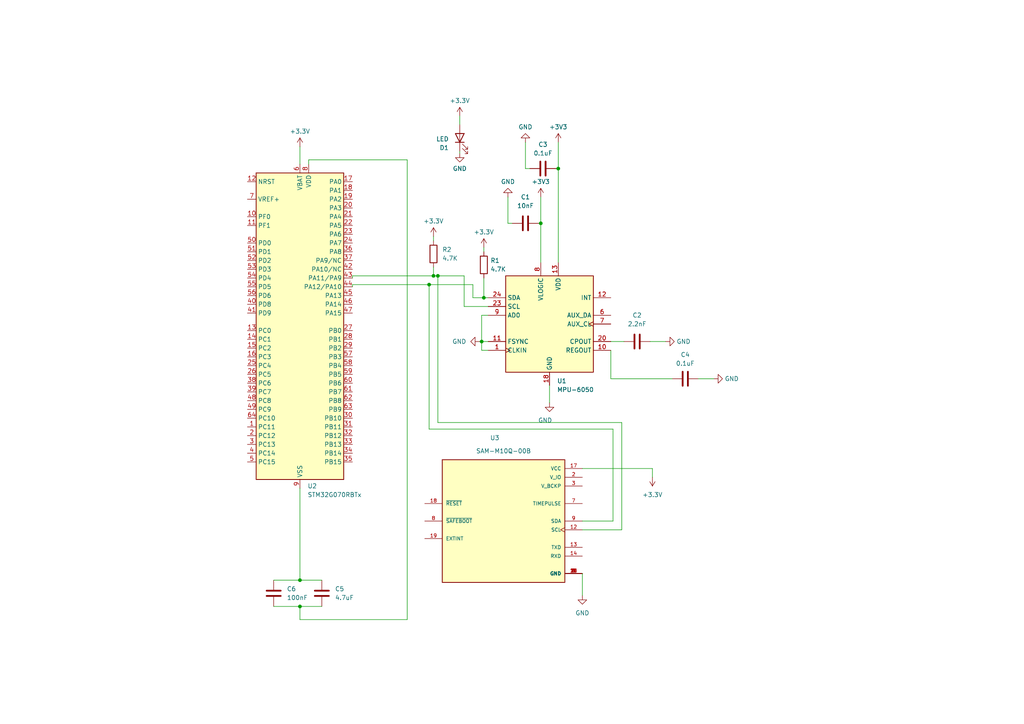
<source format=kicad_sch>
(kicad_sch (version 20230121) (generator eeschema)
  (paper "A4")
  (lib_symbols
    (symbol "Device:C" (pin_numbers hide) (pin_names (offset 0.254))
      (property "Reference" "C" (at 0.635 2.54 0))
      (property "Value" "C" (at 0.635 -2.54 0))
      (symbol "C_0_1"
        (polyline (pts (xy -2.032 -0.762) (xy 2.032 -0.762)) (stroke (width 0.508)))
        (polyline (pts (xy -2.032 0.762) (xy 2.032 0.762)) (stroke (width 0.508)))
      )
      (symbol "C_1_1"
        (pin passive line (at 0 3.81 270) (length 2.794) (name "~") (number "1"))
        (pin passive line (at 0 -3.81 90) (length 2.794) (name "~") (number "2"))
      )
    )
    (symbol "Device:LED" (pin_numbers hide) (pin_names (offset 1.016) hide)
      (property "Reference" "D" (at 0 2.54 0))
      (property "Value" "LED" (at 0 -2.54 0))
      (symbol "LED_0_1"
        (polyline (pts (xy -1.27 -1.27) (xy -1.27 1.27)) (stroke (width 0.254)))
        (polyline (pts (xy -1.27 0) (xy 1.27 0)))
        (polyline (pts (xy 1.27 -1.27) (xy 1.27 1.27) (xy -1.27 0) (xy 1.27 -1.27)) (stroke (width 0.254)))
        (polyline (pts (xy -3.048 -0.762) (xy -4.572 -2.286) (xy -3.81 -2.286) (xy -4.572 -2.286) (xy -4.572 -1.524)))
        (polyline (pts (xy -1.778 -0.762) (xy -3.302 -2.286) (xy -2.54 -2.286) (xy -3.302 -2.286) (xy -3.302 -1.524)))
      )
      (symbol "LED_1_1"
        (pin passive line (at -3.81 0 0) (length 2.54) (name "K") (number "1"))
        (pin passive line (at 3.81 0 180) (length 2.54) (name "A") (number "2"))
      )
    )
    (symbol "Device:R" (pin_numbers hide) (pin_names (offset 0))
      (property "Reference" "R" (at 2.032 0 90))
      (property "Value" "R" (at 0 0 90))
      (symbol "R_0_1"
        (rectangle (start -1.016 -2.54) (end 1.016 2.54) (stroke (width 0.254)))
      )
      (symbol "R_1_1"
        (pin passive line (at 0 3.81 270) (length 1.27) (name "~") (number "1"))
        (pin passive line (at 0 -3.81 90) (length 1.27) (name "~") (number "2"))
      )
    )
    (symbol "Ext_SAM_M10Q:SAM-M10Q-00B" (pin_names (offset 1.016))
      (property "Reference" "U" (at -17.78 18.542 0))
      (property "Value" "SAM-M10Q-00B" (at -17.78 -20.32 0))
      (symbol "SAM-M10Q-00B_0_0"
        (rectangle (start -17.78 -17.78) (end 17.78 17.78) (stroke (width 0.254)) (fill (type background)))
        (pin power_in line (at 22.86 -15.24 180) (length 5.08) (name "GND") (number "1"))
        (pin power_in line (at 22.86 -15.24 180) (length 5.08) (name "GND") (number "10"))
        (pin power_in line (at 22.86 -15.24 180) (length 5.08) (name "GND") (number "11"))
        (pin input clock (at 22.86 -2.54 180) (length 5.08) (name "SCL") (number "12"))
        (pin output line (at 22.86 -7.62 180) (length 5.08) (name "TXD") (number "13"))
        (pin input line (at 22.86 -10.16 180) (length 5.08) (name "RXD") (number "14"))
        (pin power_in line (at 22.86 -15.24 180) (length 5.08) (name "GND") (number "15"))
        (pin power_in line (at 22.86 -15.24 180) (length 5.08) (name "GND") (number "16"))
        (pin power_in line (at 22.86 15.24 180) (length 5.08) (name "VCC") (number "17"))
        (pin input line (at -22.86 5.08 0) (length 5.08) (name "~{RESET}") (number "18"))
        (pin input line (at -22.86 -5.08 0) (length 5.08) (name "EXTINT") (number "19"))
        (pin power_in line (at 22.86 12.7 180) (length 5.08) (name "V_IO") (number "2"))
        (pin power_in line (at 22.86 -15.24 180) (length 5.08) (name "GND") (number "20"))
        (pin power_in line (at 22.86 10.16 180) (length 5.08) (name "V_BCKP") (number "3"))
        (pin power_in line (at 22.86 -15.24 180) (length 5.08) (name "GND") (number "4"))
        (pin power_in line (at 22.86 -15.24 180) (length 5.08) (name "GND") (number "5"))
        (pin power_in line (at 22.86 -15.24 180) (length 5.08) (name "GND") (number "6"))
        (pin output line (at 22.86 5.08 180) (length 5.08) (name "TIMEPULSE") (number "7"))
        (pin input line (at -22.86 0 0) (length 5.08) (name "~{SAFEBOOT}") (number "8"))
        (pin bidirectional line (at 22.86 0 180) (length 5.08) (name "SDA") (number "9"))
      )
    )
    (symbol "MCU_ST_STM32G0:STM32G070RBTx"
      (property "Reference" "U" (at -12.7 46.99 0))
      (property "Value" "STM32G070RBTx" (at 5.08 46.99 0))
      (symbol "STM32G070RBTx_0_1"
        (rectangle (start -12.7 -43.18) (end 12.7 45.72) (stroke (width 0.254)) (fill (type background)))
      )
      (symbol "STM32G070RBTx_1_1"
        (pin bidirectional line (at -15.24 -27.94 0) (length 2.54) (name "PC11") (number "1"))
        (pin bidirectional line (at -15.24 33.02 0) (length 2.54) (name "PF0") (number "10"))
        (pin bidirectional line (at -15.24 30.48 0) (length 2.54) (name "PF1") (number "11"))
        (pin input line (at -15.24 43.18 0) (length 2.54) (name "NRST") (number "12"))
        (pin bidirectional line (at -15.24 0 0) (length 2.54) (name "PC0") (number "13"))
        (pin bidirectional line (at -15.24 -2.54 0) (length 2.54) (name "PC1") (number "14"))
        (pin bidirectional line (at -15.24 -5.08 0) (length 2.54) (name "PC2") (number "15"))
        (pin bidirectional line (at -15.24 -7.62 0) (length 2.54) (name "PC3") (number "16"))
        (pin bidirectional line (at 15.24 43.18 180) (length 2.54) (name "PA0") (number "17"))
        (pin bidirectional line (at 15.24 40.64 180) (length 2.54) (name "PA1") (number "18"))
        (pin bidirectional line (at 15.24 38.1 180) (length 2.54) (name "PA2") (number "19"))
        (pin bidirectional line (at -15.24 -30.48 0) (length 2.54) (name "PC12") (number "2"))
        (pin bidirectional line (at 15.24 35.56 180) (length 2.54) (name "PA3") (number "20"))
        (pin bidirectional line (at 15.24 33.02 180) (length 2.54) (name "PA4") (number "21"))
        (pin bidirectional line (at 15.24 30.48 180) (length 2.54) (name "PA5") (number "22"))
        (pin bidirectional line (at 15.24 27.94 180) (length 2.54) (name "PA6") (number "23"))
        (pin bidirectional line (at 15.24 25.4 180) (length 2.54) (name "PA7") (number "24"))
        (pin bidirectional line (at -15.24 -10.16 0) (length 2.54) (name "PC4") (number "25"))
        (pin bidirectional line (at -15.24 -12.7 0) (length 2.54) (name "PC5") (number "26"))
        (pin bidirectional line (at 15.24 0 180) (length 2.54) (name "PB0") (number "27"))
        (pin bidirectional line (at 15.24 -2.54 180) (length 2.54) (name "PB1") (number "28"))
        (pin bidirectional line (at 15.24 -5.08 180) (length 2.54) (name "PB2") (number "29"))
        (pin bidirectional line (at -15.24 -33.02 0) (length 2.54) (name "PC13") (number "3"))
        (pin bidirectional line (at 15.24 -25.4 180) (length 2.54) (name "PB10") (number "30"))
        (pin bidirectional line (at 15.24 -27.94 180) (length 2.54) (name "PB11") (number "31"))
        (pin bidirectional line (at 15.24 -30.48 180) (length 2.54) (name "PB12") (number "32"))
        (pin bidirectional line (at 15.24 -33.02 180) (length 2.54) (name "PB13") (number "33"))
        (pin bidirectional line (at 15.24 -35.56 180) (length 2.54) (name "PB14") (number "34"))
        (pin bidirectional line (at 15.24 -38.1 180) (length 2.54) (name "PB15") (number "35"))
        (pin bidirectional line (at 15.24 22.86 180) (length 2.54) (name "PA8") (number "36"))
        (pin bidirectional line (at 15.24 20.32 180) (length 2.54) (name "PA9/NC") (number "37"))
        (pin bidirectional line (at -15.24 -15.24 0) (length 2.54) (name "PC6") (number "38"))
        (pin bidirectional line (at -15.24 -17.78 0) (length 2.54) (name "PC7") (number "39"))
        (pin bidirectional line (at -15.24 -35.56 0) (length 2.54) (name "PC14") (number "4"))
        (pin bidirectional line (at -15.24 7.62 0) (length 2.54) (name "PD8") (number "40"))
        (pin bidirectional line (at -15.24 5.08 0) (length 2.54) (name "PD9") (number "41"))
        (pin bidirectional line (at 15.24 17.78 180) (length 2.54) (name "PA10/NC") (number "42"))
        (pin bidirectional line (at 15.24 15.24 180) (length 2.54) (name "PA11/PA9") (number "43"))
        (pin bidirectional line (at 15.24 12.7 180) (length 2.54) (name "PA12/PA10") (number "44"))
        (pin bidirectional line (at 15.24 10.16 180) (length 2.54) (name "PA13") (number "45"))
        (pin bidirectional line (at 15.24 7.62 180) (length 2.54) (name "PA14") (number "46"))
        (pin bidirectional line (at 15.24 5.08 180) (length 2.54) (name "PA15") (number "47"))
        (pin bidirectional line (at -15.24 -20.32 0) (length 2.54) (name "PC8") (number "48"))
        (pin bidirectional line (at -15.24 -22.86 0) (length 2.54) (name "PC9") (number "49"))
        (pin bidirectional line (at -15.24 -38.1 0) (length 2.54) (name "PC15") (number "5"))
        (pin bidirectional line (at -15.24 25.4 0) (length 2.54) (name "PD0") (number "50"))
        (pin bidirectional line (at -15.24 22.86 0) (length 2.54) (name "PD1") (number "51"))
        (pin bidirectional line (at -15.24 20.32 0) (length 2.54) (name "PD2") (number "52"))
        (pin bidirectional line (at -15.24 17.78 0) (length 2.54) (name "PD3") (number "53"))
        (pin bidirectional line (at -15.24 15.24 0) (length 2.54) (name "PD4") (number "54"))
        (pin bidirectional line (at -15.24 12.7 0) (length 2.54) (name "PD5") (number "55"))
        (pin bidirectional line (at -15.24 10.16 0) (length 2.54) (name "PD6") (number "56"))
        (pin bidirectional line (at 15.24 -7.62 180) (length 2.54) (name "PB3") (number "57"))
        (pin bidirectional line (at 15.24 -10.16 180) (length 2.54) (name "PB4") (number "58"))
        (pin bidirectional line (at 15.24 -12.7 180) (length 2.54) (name "PB5") (number "59"))
        (pin power_in line (at 0 48.26 270) (length 2.54) (name "VBAT") (number "6"))
        (pin bidirectional line (at 15.24 -15.24 180) (length 2.54) (name "PB6") (number "60"))
        (pin bidirectional line (at 15.24 -17.78 180) (length 2.54) (name "PB7") (number "61"))
        (pin bidirectional line (at 15.24 -20.32 180) (length 2.54) (name "PB8") (number "62"))
        (pin bidirectional line (at 15.24 -22.86 180) (length 2.54) (name "PB9") (number "63"))
        (pin bidirectional line (at -15.24 -25.4 0) (length 2.54) (name "PC10") (number "64"))
        (pin input line (at -15.24 38.1 0) (length 2.54) (name "VREF+") (number "7"))
        (pin power_in line (at 2.54 48.26 270) (length 2.54) (name "VDD") (number "8"))
        (pin power_in line (at 0 -45.72 90) (length 2.54) (name "VSS") (number "9"))
      )
    )
    (symbol "Sensor_Motion:MPU-6050"
      (property "Reference" "U" (at -11.43 13.97 0))
      (property "Value" "MPU-6050" (at 7.62 -15.24 0))
      (symbol "MPU-6050_0_0"
        (text "" (at 12.7 -2.54 0) (effects (font (size 1.27 1.27))))
      )
      (symbol "MPU-6050_0_1"
        (rectangle (start -12.7 13.97) (end 12.7 -13.97) (stroke (width 0.254)) (fill (type background)))
      )
      (symbol "MPU-6050_1_1"
        (pin input clock (at -17.78 -7.62 0) (length 5.08) (name "CLKIN") (number "1"))
        (pin passive line (at 17.78 -7.62 180) (length 5.08) (name "REGOUT") (number "10"))
        (pin input line (at -17.78 -5.08 0) (length 5.08) (name "FSYNC") (number "11"))
        (pin output line (at 17.78 7.62 180) (length 5.08) (name "INT") (number "12"))
        (pin power_in line (at 2.54 17.78 270) (length 3.81) (name "VDD") (number "13"))
        (pin no_connect line (at -12.7 -10.16 0) (length 2.54) hide (name "NC") (number "14"))
        (pin no_connect line (at 12.7 12.7 180) (length 2.54) hide (name "NC") (number "15"))
        (pin no_connect line (at 12.7 10.16 180) (length 2.54) hide (name "NC") (number "16"))
        (pin no_connect line (at 12.7 5.08 180) (length 2.54) hide (name "NC") (number "17"))
        (pin power_in line (at 0 -17.78 90) (length 3.81) (name "GND") (number "18"))
        (pin no_connect line (at 12.7 -10.16 180) (length 2.54) hide (name "RESV") (number "19"))
        (pin no_connect line (at -12.7 12.7 0) (length 2.54) hide (name "NC") (number "2"))
        (pin passive line (at 17.78 -5.08 180) (length 5.08) (name "CPOUT") (number "20"))
        (pin no_connect line (at 12.7 -2.54 180) (length 2.54) hide (name "RESV") (number "21"))
        (pin no_connect line (at 12.7 -12.7 180) (length 2.54) hide (name "RESV") (number "22"))
        (pin input line (at -17.78 5.08 0) (length 5.08) (name "SCL") (number "23"))
        (pin bidirectional line (at -17.78 7.62 0) (length 5.08) (name "SDA") (number "24"))
        (pin no_connect line (at -12.7 10.16 0) (length 2.54) hide (name "NC") (number "3"))
        (pin no_connect line (at -12.7 0 0) (length 2.54) hide (name "NC") (number "4"))
        (pin no_connect line (at -12.7 -2.54 0) (length 2.54) hide (name "NC") (number "5"))
        (pin bidirectional line (at 17.78 2.54 180) (length 5.08) (name "AUX_DA") (number "6"))
        (pin output clock (at 17.78 0 180) (length 5.08) (name "AUX_CL") (number "7"))
        (pin power_in line (at -2.54 17.78 270) (length 3.81) (name "VLOGIC") (number "8"))
        (pin input line (at -17.78 2.54 0) (length 5.08) (name "AD0") (number "9"))
      )
    )
    (symbol "power:+3.3V" (power) (pin_names (offset 0))
      (property "Value" "+3.3V" (at 0 3.556 0))
      (symbol "+3.3V_0_1"
        (polyline (pts (xy -0.762 1.27) (xy 0 2.54)))
        (polyline (pts (xy 0 0) (xy 0 2.54)))
        (polyline (pts (xy 0 2.54) (xy 0.762 1.27)))
      )
      (symbol "+3.3V_1_1"
        (pin power_in line (at 0 0 90) (length 0) hide (name "+3.3V") (number "1"))
      )
    )
    (symbol "power:+3V3" (power) (pin_names (offset 0))
      (property "Value" "+3V3" (at 0 3.556 0))
      (symbol "+3V3_0_1"
        (polyline (pts (xy -0.762 1.27) (xy 0 2.54)))
        (polyline (pts (xy 0 0) (xy 0 2.54)))
        (polyline (pts (xy 0 2.54) (xy 0.762 1.27)))
      )
      (symbol "+3V3_1_1"
        (pin power_in line (at 0 0 90) (length 0) hide (name "+3V3") (number "1"))
      )
    )
    (symbol "power:GND" (power) (pin_names (offset 0))
      (property "Value" "GND" (at 0 -3.81 0))
      (symbol "GND_0_1"
        (polyline (pts (xy 0 0) (xy 0 -1.27) (xy 1.27 -1.27) (xy 0 -2.54) (xy -1.27 -1.27) (xy 0 -1.27)))
      )
      (symbol "GND_1_1"
        (pin power_in line (at 0 0 270) (length 0) hide (name "GND") (number "1"))
      )
    )
  )
  (junction (at 139.7 99.06))
  (junction (at 161.925 48.895))
  (junction (at 86.995 168.275))
  (junction (at 125.73 80.01))
  (junction (at 86.995 175.895))
  (junction (at 156.845 64.77))
  (junction (at 140.335 86.36))
  (junction (at 124.46 82.55))
  (junction (at 127 80.01))
  (wire (pts (xy 141.605 91.44) (xy 139.7 91.44)))
  (wire (pts (xy 127 122.555) (xy 180.34 122.555)))
  (wire (pts (xy 134.62 80.01) (xy 134.62 88.9)))
  (wire (pts (xy 177.165 99.06) (xy 180.975 99.06)))
  (wire (pts (xy 86.995 175.895) (xy 86.995 179.705)))
  (wire (pts (xy 127 80.01) (xy 134.62 80.01)))
  (wire (pts (xy 139.7 91.44) (xy 139.7 99.06)))
  (wire (pts (xy 152.4 48.895) (xy 152.4 41.275)))
  (wire (pts (xy 139.7 99.06) (xy 141.605 99.06)))
  (wire (pts (xy 86.995 141.605) (xy 86.995 168.275)))
  (wire (pts (xy 177.165 101.6) (xy 177.165 109.855)))
  (wire (pts (xy 89.535 46.355) (xy 118.11 46.355)))
  (wire (pts (xy 79.375 175.895) (xy 86.995 175.895)))
  (wire (pts (xy 189.23 135.89) (xy 168.91 135.89)))
  (wire (pts (xy 140.335 71.755) (xy 140.335 73.025)))
  (wire (pts (xy 118.11 179.705) (xy 86.995 179.705)))
  (wire (pts (xy 141.605 101.6) (xy 139.7 101.6)))
  (wire (pts (xy 137.16 82.55) (xy 137.16 86.36)))
  (wire (pts (xy 161.925 48.895) (xy 161.29 48.895)))
  (wire (pts (xy 161.925 48.895) (xy 161.925 76.2)))
  (wire (pts (xy 102.235 80.01) (xy 102.235 80.645)))
  (wire (pts (xy 168.91 166.37) (xy 168.91 172.72)))
  (wire (pts (xy 139.065 99.06) (xy 139.7 99.06)))
  (wire (pts (xy 118.11 46.355) (xy 118.11 179.705)))
  (wire (pts (xy 180.34 153.67) (xy 168.91 153.67)))
  (wire (pts (xy 202.565 109.855) (xy 207.01 109.855)))
  (wire (pts (xy 189.23 138.43) (xy 189.23 135.89)))
  (wire (pts (xy 102.235 80.01) (xy 125.73 80.01)))
  (wire (pts (xy 86.995 168.275) (xy 93.345 168.275)))
  (wire (pts (xy 140.335 80.645) (xy 140.335 86.36)))
  (wire (pts (xy 125.73 77.47) (xy 125.73 80.01)))
  (wire (pts (xy 177.165 109.855) (xy 194.945 109.855)))
  (wire (pts (xy 177.8 151.13) (xy 177.8 124.46)))
  (wire (pts (xy 137.16 86.36) (xy 140.335 86.36)))
  (wire (pts (xy 140.335 86.36) (xy 141.605 86.36)))
  (wire (pts (xy 148.59 64.77) (xy 147.32 64.77)))
  (wire (pts (xy 124.46 82.55) (xy 124.46 124.46)))
  (wire (pts (xy 139.7 101.6) (xy 139.7 99.06)))
  (wire (pts (xy 180.34 122.555) (xy 180.34 153.67)))
  (wire (pts (xy 102.235 82.55) (xy 102.235 83.185)))
  (wire (pts (xy 153.67 48.895) (xy 152.4 48.895)))
  (wire (pts (xy 161.925 41.275) (xy 161.925 48.895)))
  (wire (pts (xy 127 80.01) (xy 127 122.555)))
  (wire (pts (xy 86.995 175.895) (xy 93.345 175.895)))
  (wire (pts (xy 147.32 64.77) (xy 147.32 57.15)))
  (wire (pts (xy 86.995 42.545) (xy 86.995 47.625)))
  (wire (pts (xy 156.845 57.15) (xy 156.845 64.77)))
  (wire (pts (xy 134.62 88.9) (xy 141.605 88.9)))
  (wire (pts (xy 125.73 68.58) (xy 125.73 69.85)))
  (wire (pts (xy 133.35 44.45) (xy 133.35 43.815)))
  (wire (pts (xy 156.845 64.77) (xy 156.21 64.77)))
  (wire (pts (xy 188.595 99.06) (xy 193.04 99.06)))
  (wire (pts (xy 125.73 80.01) (xy 127 80.01)))
  (wire (pts (xy 168.91 151.13) (xy 177.8 151.13)))
  (wire (pts (xy 124.46 82.55) (xy 137.16 82.55)))
  (wire (pts (xy 133.35 33.655) (xy 133.35 36.195)))
  (wire (pts (xy 177.8 124.46) (xy 124.46 124.46)))
  (wire (pts (xy 102.235 82.55) (xy 124.46 82.55)))
  (wire (pts (xy 156.845 64.77) (xy 156.845 76.2)))
  (wire (pts (xy 89.535 46.355) (xy 89.535 47.625)))
  (wire (pts (xy 79.375 168.275) (xy 86.995 168.275)))
  (wire (pts (xy 159.385 111.76) (xy 159.385 116.84)))
  (symbol (lib_id "Device:R") (at 125.73 73.66 0) (unit 1)
    (property "Reference" "R2" (at 128.27 72.39 0) (effects (justify left)))
    (property "Value" "4.7K" (at 128.27 74.93 0) (effects (justify left)))
  )
  (symbol (lib_id "power:+3V3") (at 156.845 57.15 0) (unit 1)
    (property "Reference" "#PWR03" (effects hide))
    (property "Value" "+3V3" (at 156.845 52.705 0))
  )
  (symbol (lib_id "power:GND") (at 139.065 99.06 270) (unit 1)
    (property "Reference" "#PWR08" (effects hide))
    (property "Value" "GND" (at 135.255 99.06 90) (effects (justify right)))
  )
  (symbol (lib_id "power:GND") (at 152.4 41.275 180) (unit 1)
    (property "Reference" "#PWR02" (effects hide))
    (property "Value" "GND" (at 152.4 36.83 0))
  )
  (symbol (lib_id "power:GND") (at 133.35 44.45 0) (unit 1)
    (property "Reference" "#PWR011" (effects hide))
    (property "Value" "GND" (at 133.35 48.895 0))
  )
  (symbol (lib_id "power:+3.3V") (at 125.73 68.58 0) (unit 1)
    (property "Reference" "#PWR010" (effects hide))
    (property "Value" "+3.3V" (at 125.73 64.135 0))
  )
  (symbol (lib_id "power:GND") (at 159.385 116.84 0) (unit 1)
    (property "Reference" "#PWR01" (effects hide))
    (property "Value" "GND" (at 158.115 121.92 0))
  )
  (symbol (lib_id "power:+3V3") (at 161.925 41.275 0) (unit 1)
    (property "Reference" "#PWR06" (effects hide))
    (property "Value" "+3V3" (at 161.925 36.83 0))
  )
  (symbol (lib_id "power:+3.3V") (at 189.23 138.43 180) (unit 1)
    (property "Reference" "#PWR015" (effects hide))
    (property "Value" "+3.3V" (at 189.23 143.51 0))
  )
  (symbol (lib_id "power:GND") (at 207.01 109.855 90) (unit 1)
    (property "Reference" "#PWR07" (effects hide))
    (property "Value" "GND" (at 210.185 109.855 90) (effects (justify right)))
  )
  (symbol (lib_id "Sensor_Motion:MPU-6050") (at 159.385 93.98 0) (unit 1)
    (property "Reference" "U1" (at 161.5791 110.49 0) (effects (justify left)))
    (property "Value" "MPU-6050" (at 161.5791 113.03 0) (effects (justify left)))
    (property "Footprint" "Sensor_Motion:InvenSense_QFN-24_4x4mm_P0.5mm" (effects hide))
    (property "Datasheet" "https://invensense.tdk.com/wp-content/uploads/2015/02/MPU-6000-Datasheet1.pdf" (effects hide))
  )
  (symbol (lib_id "Device:C") (at 184.785 99.06 90) (unit 1)
    (property "Reference" "C2" (at 184.785 91.44 90))
    (property "Value" "2.2nF" (at 184.785 93.98 90))
  )
  (symbol (lib_id "Device:LED") (at 133.35 40.005 90) (unit 1)
    (property "Reference" "D1" (at 130.175 42.8625 90) (effects (justify left)))
    (property "Value" "LED" (at 130.175 40.3225 90) (effects (justify left)))
  )
  (symbol (lib_id "power:GND") (at 168.91 172.72 0) (unit 1)
    (property "Reference" "#PWR014" (effects hide))
    (property "Value" "GND" (at 168.91 177.8 0))
  )
  (symbol (lib_id "power:+3.3V") (at 86.995 42.545 0) (unit 1)
    (property "Reference" "#PWR013" (effects hide))
    (property "Value" "+3.3V" (at 86.995 38.1 0))
  )
  (symbol (lib_id "Device:C") (at 152.4 64.77 90) (unit 1)
    (property "Reference" "C1" (at 152.4 57.15 90))
    (property "Value" "10nF" (at 152.4 59.69 90))
  )
  (symbol (lib_id "Device:C") (at 79.375 172.085 0) (unit 1)
    (property "Reference" "C6" (at 83.185 170.815 0) (effects (justify left)))
    (property "Value" "100nF" (at 83.185 173.355 0) (effects (justify left)))
  )
  (symbol (lib_id "Device:C") (at 157.48 48.895 90) (unit 1)
    (property "Reference" "C3" (at 157.48 41.91 90))
    (property "Value" "0.1uF" (at 157.48 44.45 90))
  )
  (symbol (lib_id "power:+3.3V") (at 133.35 33.655 0) (unit 1)
    (property "Reference" "#PWR012" (effects hide))
    (property "Value" "+3.3V" (at 133.35 29.21 0))
  )
  (symbol (lib_id "MCU_ST_STM32G0:STM32G070RBTx") (at 86.995 95.885 0) (unit 1)
    (property "Reference" "U2" (at 89.1891 140.97 0) (effects (justify left)))
    (property "Value" "STM32G070RBTx" (at 89.1891 143.51 0) (effects (justify left)))
    (property "Footprint" "Package_QFP:LQFP-64_10x10mm_P0.5mm" (effects hide))
    (property "Datasheet" "https://www.st.com/resource/en/datasheet/stm32g070rb.pdf" (effects hide))
  )
  (symbol (lib_id "power:+3.3V") (at 140.335 71.755 0) (unit 1)
    (property "Reference" "#PWR09" (effects hide))
    (property "Value" "+3.3V" (at 140.335 67.31 0))
  )
  (symbol (lib_id "power:GND") (at 147.32 57.15 180) (unit 1)
    (property "Reference" "#PWR04" (effects hide))
    (property "Value" "GND" (at 147.32 52.705 0))
  )
  (symbol (lib_id "Device:C") (at 93.345 172.085 0) (unit 1)
    (property "Reference" "C5" (at 97.155 170.815 0) (effects (justify left)))
    (property "Value" "4.7uF" (at 97.155 173.355 0) (effects (justify left)))
  )
  (symbol (lib_id "power:GND") (at 193.04 99.06 90) (unit 1)
    (property "Reference" "#PWR05" (effects hide))
    (property "Value" "GND" (at 196.215 99.06 90) (effects (justify right)))
  )
  (symbol (lib_id "Ext_SAM_M10Q:SAM-M10Q-00B") (at 146.05 151.13 0) (unit 1)
    (property "Reference" "U3" (at 143.51 127 0))
    (property "Value" "SAM-M10Q-00B" (at 146.05 130.81 0))
    (property "Footprint" "SAM-M10Q-00B:XCVR_SAM-M10Q-00B" (effects hide))
    (property "MF" "u-blox" (effects hide))
    (property "MAXIMUM_PACKAGE_HEIGHT" "6.8mm" (effects hide))
    (property "Package" "None" (effects hide))
    (property "Price" "None" (effects hide))
    (property "Check_prices" "https://www.snapeda.com/parts/SAM-M10Q-00B/u-blox/view-part/?ref=eda" (effects hide))
    (property "STANDARD" "Manufacturer Recommendations" (effects hide))
    (property "PARTREV" "R03" (effects hide))
    (property "SnapEDA_Link" "https://www.snapeda.com/parts/SAM-M10Q-00B/u-blox/view-part/?ref=snap" (effects hide))
    (property "MP" "SAM-M10Q-00B" (effects hide))
    (property "Purchase-URL" "https://www.snapeda.com/api/url_track_click_mouser/?unipart_id=12133020&manufacturer=u-blox&part_name=SAM-M10Q-00B&search_term=None" (effects hide))
    (property "Description" "\n- RF Receiver Galileo, GLONASS, GPS 1.575GHz, 1.602GHz -165dBm 400kbps On-Board, Patch Module\n" (effects hide))
    (property "SNAPEDA_PN" "SAM-M10Q-00B" (effects hide))
    (property "Availability" "In Stock" (effects hide))
    (property "MANUFACTURER" "u-blox" (effects hide))
  )
  (symbol (lib_id "Device:R") (at 140.335 76.835 0) (unit 1)
    (property "Reference" "R1" (at 142.24 75.565 0) (effects (justify left)))
    (property "Value" "4.7K" (at 142.24 78.105 0) (effects (justify left)))
  )
  (symbol (lib_id "Device:C") (at 198.755 109.855 90) (unit 1)
    (property "Reference" "C4" (at 198.755 102.87 90))
    (property "Value" "0.1uF" (at 198.755 105.41 90))
  )
)
</source>
